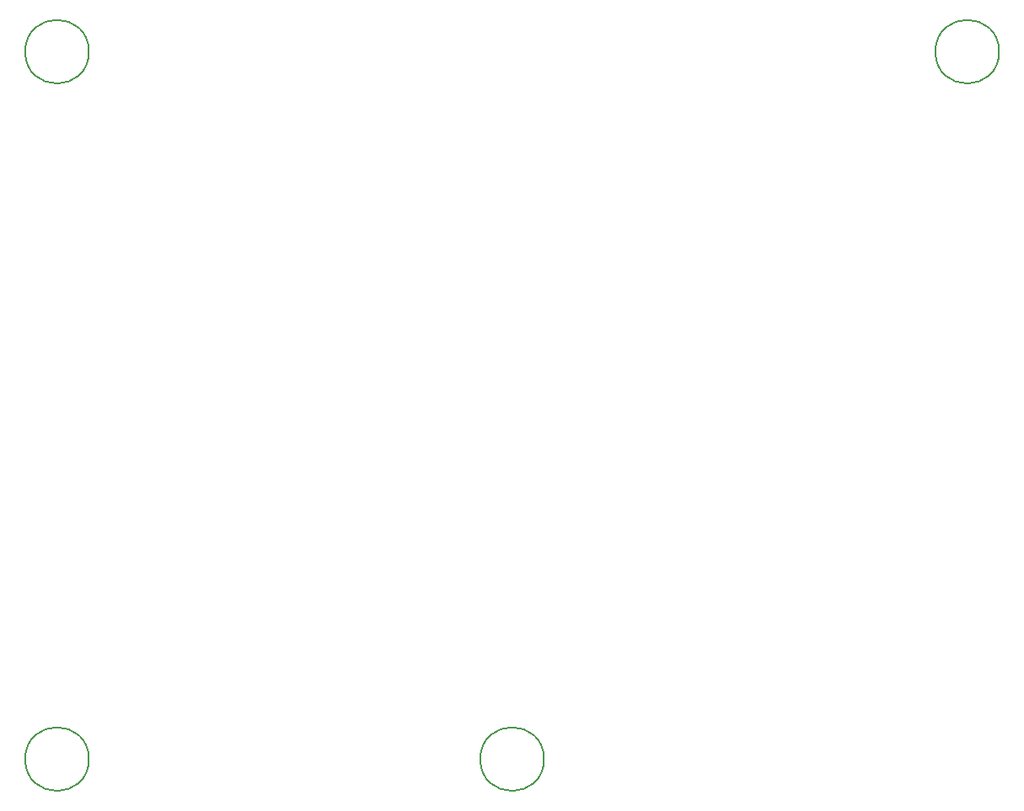
<source format=gbr>
%TF.GenerationSoftware,KiCad,Pcbnew,7.0.8*%
%TF.CreationDate,2024-01-07T19:19:44+01:00*%
%TF.ProjectId,16SegLed,31365365-674c-4656-942e-6b696361645f,rev?*%
%TF.SameCoordinates,Original*%
%TF.FileFunction,Other,Comment*%
%FSLAX46Y46*%
G04 Gerber Fmt 4.6, Leading zero omitted, Abs format (unit mm)*
G04 Created by KiCad (PCBNEW 7.0.8) date 2024-01-07 19:19:44*
%MOMM*%
%LPD*%
G01*
G04 APERTURE LIST*
%ADD10C,0.150000*%
G04 APERTURE END LIST*
D10*
%TO.C,H2*%
X99720000Y2540000D02*
G75*
G03*
X99720000Y2540000I-3200000J0D01*
G01*
%TO.C,H1*%
X8280000Y2540000D02*
G75*
G03*
X8280000Y2540000I-3200000J0D01*
G01*
%TO.C,H4*%
X54000000Y-68580000D02*
G75*
G03*
X54000000Y-68580000I-3200000J0D01*
G01*
%TO.C,H3*%
X8280000Y-68580000D02*
G75*
G03*
X8280000Y-68580000I-3200000J0D01*
G01*
%TD*%
M02*

</source>
